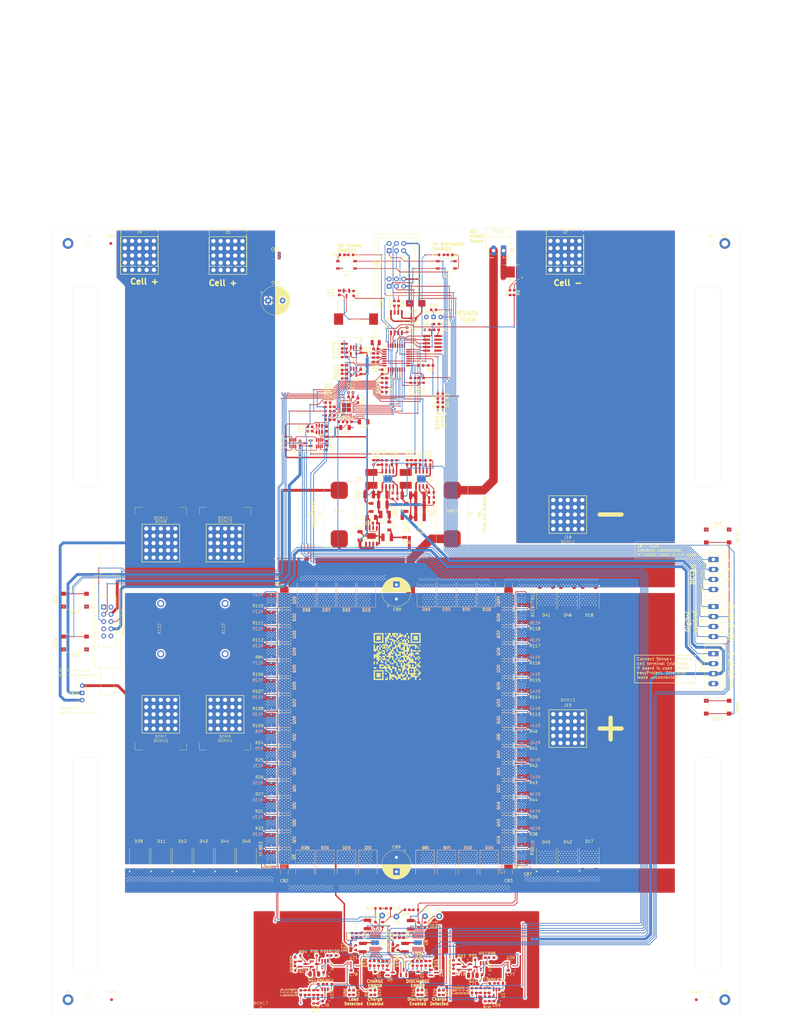
<source format=kicad_pcb>
(kicad_pcb
	(version 20241229)
	(generator "pcbnew")
	(generator_version "9.0")
	(general
		(thickness 1.74)
		(legacy_teardrops no)
	)
	(paper "A2" portrait)
	(layers
		(0 "F.Cu" signal)
		(4 "In1.Cu" signal)
		(6 "In2.Cu" signal)
		(8 "In3.Cu" signal)
		(10 "In4.Cu" signal)
		(2 "B.Cu" signal)
		(9 "F.Adhes" user "F.Adhesive")
		(11 "B.Adhes" user "B.Adhesive")
		(13 "F.Paste" user)
		(15 "B.Paste" user)
		(5 "F.SilkS" user "F.Silkscreen")
		(7 "B.SilkS" user "B.Silkscreen")
		(1 "F.Mask" user)
		(3 "B.Mask" user)
		(17 "Dwgs.User" user "User.Drawings")
		(19 "Cmts.User" user "User.Comments")
		(21 "Eco1.User" user "User.Eco1")
		(23 "Eco2.User" user "User.Eco2")
		(25 "Edge.Cuts" user)
		(27 "Margin" user)
		(31 "F.CrtYd" user "F.Courtyard")
		(29 "B.CrtYd" user "B.Courtyard")
		(35 "F.Fab" user)
		(33 "B.Fab" user)
		(39 "User.1" user)
		(41 "User.2" user "User.2 -Bemaßung")
		(43 "User.3" user "User.3 - Heatsink")
		(45 "User.4" user)
		(47 "User.5" user)
		(49 "User.6" user)
		(51 "User.7" user)
		(53 "User.8" user)
		(55 "User.9" user)
	)
	(setup
		(stackup
			(layer "F.SilkS"
				(type "Top Silk Screen")
			)
			(layer "F.Paste"
				(type "Top Solder Paste")
			)
			(layer "F.Mask"
				(type "Top Solder Mask")
				(color "Red")
				(thickness 0.01)
			)
			(layer "F.Cu"
				(type "copper")
				(thickness 0.07)
			)
			(layer "dielectric 1"
				(type "prepreg")
				(thickness 0.1)
				(material "FR4")
				(epsilon_r 4.5)
				(loss_tangent 0.02)
			)
			(layer "In1.Cu"
				(type "copper")
				(thickness 0.07)
			)
			(layer "dielectric 2"
				(type "core")
				(thickness 0.535)
				(material "FR4")
				(epsilon_r 4.5)
				(loss_tangent 0.02)
			)
			(layer "In2.Cu"
				(type "copper")
				(thickness 0.07)
			)
			(layer "dielectric 3"
				(type "prepreg")
				(thickness 0.1)
				(material "FR4")
				(epsilon_r 4.5)
				(loss_tangent 0.02)
			)
			(layer "In3.Cu"
				(type "copper")
				(thickness 0.035)
			)
			(layer "dielectric 4"
				(type "core")
				(thickness 0.535)
				(material "FR4")
				(epsilon_r 4.5)
				(loss_tangent 0.02)
			)
			(layer "In4.Cu"
				(type "copper")
				(thickness 0.035)
			)
			(layer "dielectric 5"
				(type "prepreg")
				(thickness 0.1)
				(material "FR4")
				(epsilon_r 4.5)
				(loss_tangent 0.02)
			)
			(layer "B.Cu"
				(type "copper")
				(thickness 0.07)
			)
			(layer "B.Mask"
				(type "Bottom Solder Mask")
				(color "Red")
				(thickness 0.01)
			)
			(layer "B.Paste"
				(type "Bottom Solder Paste")
			)
			(layer "B.SilkS"
				(type "Bottom Silk Screen")
			)
			(copper_finish "None")
			(dielectric_constraints no)
		)
		(pad_to_mask_clearance 0)
		(allow_soldermask_bridges_in_footprints no)
		(tenting front back)
		(aux_axis_origin 52.5 395)
		(grid_origin 173 120)
		(pcbplotparams
			(layerselection 0x00000000_00000000_55555555_5755f5ff)
			(plot_on_all_layers_selection 0x00000000_00000000_00000000_00000000)
			(disableapertmacros no)
			(usegerberextensions no)
			(usegerberattributes yes)
			(usegerberadvancedattributes yes)
			(creategerberjobfile yes)
			(dashed_line_dash_ratio 12.000000)
			(dashed_line_gap_ratio 3.000000)
			(svgprecision 4)
			(plotframeref no)
			(mode 1)
			(useauxorigin no)
			(hpglpennumber 1)
			(hpglpenspeed 20)
			(hpglpendiameter 15.000000)
			(pdf_front_fp_property_popups yes)
			(pdf_back_fp_property_popups yes)
			(pdf_metadata yes)
			(pdf_single_document no)
			(dxfpolygonmode yes)
			(dxfimperialunits yes)
			(dxfusepcbnewfont yes)
			(psnegative no)
			(psa4output no)
			(plot_black_and_white yes)
			(plotinvisibletext no)
			(sketchpadsonfab no)
			(plotpadnumbers no)
			(hidednponfab no)
			(sketchdnponfab yes)
			(crossoutdnponfab yes)
			(subtractmaskfromsilk no)
			(outputformat 1)
			(mirror no)
			(drillshape 1)
			(scaleselection 1)
			(outputdirectory "")
		)
	)
	(net 0 "")
	(net 1 "Net-(D1-K)")
	(net 2 "GND")
	(net 3 "Net-(D2-K)")
	(net 4 "VCC")
	(net 5 "Net-(D1-A)")
	(net 6 "BAT+CONTROLED")
	(net 7 "Net-(C10-Pad1)")
	(net 8 "5V5")
	(net 9 "Net-(U3-SS)")
	(net 10 "5V0")
	(net 11 "VREF")
	(net 12 "/ps/in")
	(net 13 "Net-(J3-2)")
	(net 14 "/greenMeter/ISENSE_FAST+")
	(net 15 "/greenMeter/ISENSE_PREZ+")
	(net 16 "/greenMeter/ISENSE_PREZ-")
	(net 17 "Net-(Q4-G)")
	(net 18 "/greenMeter/ISENSE_FAST-")
	(net 19 "Net-(Q5-G)")
	(net 20 "Net-(Q6-G)")
	(net 21 "Net-(Q7-G)")
	(net 22 "Net-(Q8-G)")
	(net 23 "Net-(U18-+IN)")
	(net 24 "Net-(D4-A)")
	(net 25 "Net-(J3-1)")
	(net 26 "/greenMeter/RS485_D")
	(net 27 "Net-(U19-+IN)")
	(net 28 "Net-(U22-CAPN)")
	(net 29 "/greenMeter/RS485_R")
	(net 30 "/greenMeter/SPI1_MOSI")
	(net 31 "/greenMeter/ADC_START")
	(net 32 "/greenMeter/SPI1_MISO")
	(net 33 "/greenMeter/ADC_DRDY")
	(net 34 "/greenMeter/ADC_RESET")
	(net 35 "/greenMeter/ADC_CS")
	(net 36 "/greenMeter/SPI1_SCK")
	(net 37 "/OVP_IN")
	(net 38 "/chargeControl/SNS+")
	(net 39 "/chargeControl/SNS-")
	(net 40 "/LVP_IN")
	(net 41 "/OVP_OUT")
	(net 42 "/LVP_OUT")
	(net 43 "Net-(Q1-G)")
	(net 44 "Net-(Q2-G)")
	(net 45 "Net-(Q3-G)")
	(net 46 "/greenMeter/CHARGE_ENABLED")
	(net 47 "/greenMeter/DISCHARGE_ENABLED")
	(net 48 "/greenMeter/AUX_EN")
	(net 49 "/greenMeter/ISENSE+")
	(net 50 "/greenMeter/ISENSE-")
	(net 51 "/greenMeter/SWCLK")
	(net 52 "/switchControl/CHG_DETECTED")
	(net 53 "Net-(U16--)")
	(net 54 "/switchControl/LOAD_DETECTED")
	(net 55 "unconnected-(J7-Pin_7-Pad7)")
	(net 56 "/greenMeter/USENSE_SHUNT_BUF")
	(net 57 "/greenMeter/USENSE+_BUF")
	(net 58 "/greenMeter/SWDIO")
	(net 59 "/CHARGE_CONTROL")
	(net 60 "Net-(Q22-G)")
	(net 61 "Net-(U12-PA10{slash}NC)")
	(net 62 "Net-(Q13-G)")
	(net 63 "Net-(Q14-G)")
	(net 64 "Net-(Q15-G)")
	(net 65 "Net-(Q16-G)")
	(net 66 "/BUS_+5V")
	(net 67 "Net-(U4-VIN)")
	(net 68 "Net-(U4-BST)")
	(net 69 "Net-(U4-SW)")
	(net 70 "Net-(U5-SW)")
	(net 71 "Net-(U5-BST)")
	(net 72 "Net-(C11-Pad1)")
	(net 73 "Net-(U4-FB)")
	(net 74 "Net-(U5-FB)")
	(net 75 "Net-(C11-Pad2)")
	(net 76 "Net-(C12-Pad2)")
	(net 77 "Net-(U6-FILTER)")
	(net 78 "Net-(U7-SNS-)")
	(net 79 "Net-(C23-Pad1)")
	(net 80 "Net-(U7-TIMER)")
	(net 81 "Net-(U8-SNS-)")
	(net 82 "Net-(U8-TIMER)")
	(net 83 "Net-(U22-CAPP)")
	(net 84 "Net-(U12-PC14)")
	(net 85 "Net-(U12-PC15)")
	(net 86 "Net-(U12-PC6)")
	(net 87 "Net-(Q20-C)")
	(net 88 "Net-(Q21-C)")
	(net 89 "Net-(D2-A)")
	(net 90 "Net-(D3-A)")
	(net 91 "/BUS_GND")
	(net 92 "/BUS_B")
	(net 93 "Net-(D10-K)")
	(net 94 "Net-(D16-K)")
	(net 95 "Net-(D20-A)")
	(net 96 "Net-(D21-A)")
	(net 97 "/BUS_A")
	(net 98 "/chargeControl/vcc_int")
	(net 99 "/dischargeControl/vcc_int")
	(net 100 "unconnected-(D5-NC-Pad2)")
	(net 101 "unconnected-(D22-NC-Pad2)")
	(net 102 "Net-(Q9-G)")
	(net 103 "Net-(Q10-G)")
	(net 104 "Net-(Q11-G)")
	(net 105 "Net-(Q12-G)")
	(net 106 "Net-(U4-EN{slash}UVLO)")
	(net 107 "Net-(U5-EN{slash}UVLO)")
	(net 108 "Net-(U4-RON)")
	(net 109 "Net-(U5-RON)")
	(net 110 "Net-(U7-ISET)")
	(net 111 "Net-(U7-TGUP)")
	(net 112 "Net-(U7-VCCUV)")
	(net 113 "Net-(U8-ISET)")
	(net 114 "Net-(U8-TGUP)")
	(net 115 "Net-(U8-VCCUV)")
	(net 116 "Net-(U15-+)")
	(net 117 "Net-(U14-+)")
	(net 118 "Net-(U14--)")
	(net 119 "Net-(Q18-B)")
	(net 120 "Net-(Q19-B)")
	(net 121 "Net-(Q18-C)")
	(net 122 "Net-(Q19-C)")
	(net 123 "Net-(U17--)")
	(net 124 "Net-(U7-IMON)")
	(net 125 "Net-(U8-IMON)")
	(net 126 "Net-(U11-V_{OUT})")
	(net 127 "Net-(U16-Pad1)")
	(net 128 "Net-(U17-Pad1)")
	(net 129 "/LOAD_CONTROL")
	(net 130 "/chargeControl/SWITCH_OUT")
	(net 131 "/chargeControl/BST")
	(net 132 "/dischargeControl/BST")
	(net 133 "/U_SENSE+")
	(net 134 "/greenMeter/LVP_SENSE_DIV")
	(net 135 "/greenMeter/OVP_SENSE_DIV")
	(net 136 "Net-(D23-A)")
	(net 137 "Net-(D24-A)")
	(net 138 "/B+Terminal")
	(net 139 "Net-(SW3-B)")
	(net 140 "Net-(BZ1--)")
	(net 141 "/greenMeter/Buzzer")
	(net 142 "/chargeControl/~{Fault}")
	(net 143 "R2{slash}COM")
	(net 144 "Net-(Q23-B)")
	(net 145 "/dischargeControl/~{Fault}")
	(net 146 "Net-(U15--)")
	(net 147 "Net-(U22-REFOUT)")
	(net 148 "Net-(U22-BYPASS)")
	(net 149 "Net-(U13-A)")
	(net 150 "Net-(U13-B)")
	(net 151 "unconnected-(U22-NC-7-Pad25)")
	(net 152 "unconnected-(U22-NC-6-Pad24)")
	(net 153 "unconnected-(U22-NC-8-Pad26)")
	(net 154 "unconnected-(U22-NC-3-Pad21)")
	(net 155 "unconnected-(U22-NC-4-Pad22)")
	(net 156 "unconnected-(U22-NC-9-Pad27)")
	(net 157 "unconnected-(U22-NC-2-Pad20)")
	(net 158 "unconnected-(U22-NC-1-Pad19)")
	(net 159 "unconnected-(U22-NC-5-Pad23)")
	(net 160 "Net-(C28-Pad1)")
	(net 161 "unconnected-(H1-Pad1)")
	(net 162 "unconnected-(H3-Pad1)")
	(net 163 "unconnected-(H5-Pad1)")
	(net 164 "unconnected-(H9-Pad1)")
	(net 165 "Net-(R55-Pad2)")
	(net 166 "Net-(R62-Pad2)")
	(net 167 "~{OC_FAULT}")
	(net 168 "Net-(SW4-B)")
	(net 169 "unconnected-(SW4-A-Pad3)")
	(net 170 "Net-(D26-K)")
	(net 171 "Net-(D27-K)")
	(net 172 "Net-(D28-K)")
	(net 173 "/p_good")
	(net 174 "Net-(U7-VIN)")
	(net 175 "Net-(U8-VIN)")
	(net 176 "Net-(Q24-G)")
	(net 177 "Net-(Q25-G)")
	(net 178 "Net-(Q26-G)")
	(net 179 "Net-(Q27-G)")
	(net 180 "Net-(Q28-G)")
	(net 181 "Net-(Q29-G)")
	(net 182 "Net-(Q30-G)")
	(net 183 "Net-(Q31-G)")
	(net 184 "Net-(Q32-G)")
	(net 185 "Net-(Q33-G)")
	(net 186 "Net-(Q34-G)")
	(net 187 "Net-(Q35-G)")
	(net 188 "Net-(Q36-G)")
	(net 189 "Net-(Q37-G)")
	(net 190 "Net-(Q38-G)")
	(net 191 "Net-(Q39-G)")
	(net 192 "SWITCH_IN")
	(net 193 "Net-(Q40-G)")
	(net 194 "Net-(Q41-G)")
	(net 195 "Net-(Q42-G)")
	(net 196 "Net-(Q43-G)")
	(net 197 "Net-(Q44-G)")
	(net 198 "Net-(Q45-G)")
	(net 199 "Net-(Q46-G)")
	(net 200 "Net-(Q47-G)")
	(net 201 "Net-(Q48-G)")
	(net 202 "Net-(Q49-G)")
	(net 203 "Net-(Q50-G)")
	(net 204 "Net-(Q51-G)")
	(net 205 "Net-(Q52-G)")
	(net 206 "Net-(Q53-G)")
	(net 207 "Net-(Q54-G)")
	(net 208 "Net-(Q55-G)")
	(net 209 "Net-(Q56-G)")
	(net 210 "Net-(Q57-G)")
	(net 211 "Net-(Q58-G)")
	(net 212 "Net-(Q59-G)")
	(net 213 "Net-(Q60-G)")
	(net 214 "Net-(Q61-G)")
	(net 215 "Net-(Q62-G)")
	(net 216 "Net-(Q63-G)")
	(net 217 "Net-(Q64-G)")
	(net 218 "Net-(Q65-G)")
	(net 219 "Net-(Q66-G)")
	(net 220 "Net-(Q67-G)")
	(net 221 "Net-(Q68-G)")
	(net 222 "Net-(Q69-G)")
	(net 223 "Net-(Q70-G)")
	(net 224 "Net-(Q71-G)")
	(net 225 "/chargeControl/vg")
	(net 226 "/dischargeControl/vg")
	(footprint "Connector_Pin:Pin_D1.0mm_L10.0mm" (layer "F.Cu") (at 168 360.5))
	(footprint "Diode_SMD:D_SMC" (layer "F.Cu") (at 141 342.5 -90))
	(footprint "Resistor_SMD:R_0603_1608Metric" (layer "F.Cu") (at 195.75 376 180))
	(footprint "Connector_PinHeader_1.27mm:PinHeader_2x05_P1.27mm_Vertical_SMD" (layer "F.Cu") (at 185.5 160 180))
	(footprint "Capacitor_SMD:C_1210_3225Metric" (layer "F.Cu") (at 162.875 363.625 -90))
	(footprint "Resistor_SMD:R_0603_1608Metric" (layer "F.Cu") (at 145.5 387.5 90))
	(footprint "Resistor_SMD:R_0603_1608Metric" (layer "F.Cu") (at 155.5 168.5 -90))
	(footprint "Resistor_SMD:R_0603_1608Metric" (layer "F.Cu") (at 168 173 90))
	(footprint "Resistor_SMD:R_0603_1608Metric" (layer "F.Cu") (at 127.75 258))
	(footprint "Resistor_SMD:R_0603_1608Metric" (layer "F.Cu") (at 203.25 375.25))
	(footprint "Capacitor_SMD:C_0603_1608Metric" (layer "F.Cu") (at 168 170 -90))
	(footprint "Diode_SMD:D_SMC" (layer "F.Cu") (at 198 342.5 -90))
	(footprint "Resistor_SMD:R_0603_1608Metric" (layer "F.Cu") (at 214.25 142.25 -90))
	(footprint "Capacitor_THT:CP_Radial_D10.0mm_P5.00mm" (layer "F.Cu") (at 173 249.617677 90))
	(footprint "Resistor_SMD:R_0603_1608Metric" (layer "F.Cu") (at 218.25 338 180))
	(footprint "myConnector:IDC-Header_2x05_P2.54mm_Latch9.5mm_Vertical" (layer "F.Cu") (at 70.5 252.42))
	(footprint "Capacitor_SMD:C_0603_1608Metric" (layer "F.Cu") (at 165 162.75 90))
	(footprint "Resistor_SMD:R_0603_1608Metric" (layer "F.Cu") (at 149 182.25))
	(footprint "Package_TO_SOT_SMD:TO-252-2" (layer "F.Cu") (at 240.5 250 -90))
	(footprint "Capacitor_SMD:C_0603_1608Metric" (layer "F.Cu") (at 153.5 187.5))
	(footprint "Resistor_SMD:R_0603_1608Metric" (layer "F.Cu") (at 144 390.5 90))
	(footprint "Capacitor_SMD:C_0603_1608Metric" (layer "F.Cu") (at 179 151.25 180))
	(footprint "Package_SO:SOIC-8_5.3x5.3mm_P1.27mm"
		(layer "F.Cu")
		(uuid "174c734c-786f-43cc-91b8-b4e4b184370e")
		(at 173 152.75 90)
		(descr "SOIC, 8 Pin (JEITA/EIAJ 08-001-BBA and Atmel/Microchip, 208 mils width, https://www.jeita.or.jp/japanese/standard/book/ED-7311-19/#target/page_no=21, https://ww1.microchip.com/downloads/en/DeviceDoc/20005045C.pdf#page=23, https://ww1.microchip.com/downloads/en/DeviceDoc/doc2535.pdf#page=162), generated with kicad-footprint-generator ipc_gullwing_generator.py")
		(tags "SOIC SO P-SOP SOP SOP-8 SO SO-8 8S2 S2AE/F K04-056 CASE-751BE SO8W 8-Pin-SOIC PSA W8-2 W8-4 W8MS-1")
		(property "Reference" "U13"
			(at 0 -3.6 90)
			(layer "F.SilkS")
			(uuid "b08b2d4a-421c-4176-b474-f51f0e9e6a86")
			(effects
				(font
					(size 1 1)
					(thickness 0.15)
				)
			)
		)
		(property "Value" "MAX22025FAWA+"
			(at 0 3.6 90)
			(layer "F.Fab")
			(uuid "fd51aa9c-2231-4e91-8401-d9de4364b762")
			(effects
				(font
					(size 1 1)
					(thickness 0.15)
				)
			)
		)
		(property "Datasheet" "https://www.analog.com/media/en/technical-documentation/data-sheets/MAX22025-MAX22028F.pdf"
			(at 0 0 90)
			(layer "F.Fab")
			(hide yes)
			(uuid "78f19867-6e2f-4b70-a259-2737f3a1a60d")
			(effects
				(font
					(size 1.27 1.27)
					(thickness 0.15)
				)
			)
		)
		(property "Description" "MAX22025FAWA+ TREIBER/ISOLIERT/SOIC-Wide-8 SMD"
			(at 0 0 90)
			(layer "F.Fab")
			(hide yes)
			(uuid "418cbb35-34f1-4c38-9fae-705e5029a984")
			(effects
				(font
					(size 1.27 1.27)
					(thickness 0.15)
				)
			)
		)
		(property "Field-1" ""
			(at 0 0 90)
			(unlocked yes)
			(layer "F.Fab")
			(hide yes)
			(uuid "edd8044c-1ad7-4292-9542-93f4173a4d5b")
			(effects
				(font
					(size 1 1)
					(thickness 0.15)
				)
			)
		)
		(property "Sim.Device" ""
			(at 0 0 90)
			(unlocked yes)
			(layer "F.Fab")
			(hide yes)
			(uuid "42ca892b-d5fc-4b9b-bdab-b5ddb448ffed")
			(effects
				(font
					(size 1 1)
					(thickness 0.15)
				)
			)
		)
		(property "Sim.Pins" ""
			(at 0 0 90)
			(unlocked yes)
			(layer "F.Fab")
			(hide yes)
			(uuid "38ee2d5a-400c-4a43-b497-3cb6b124e05d")
			(effects
				(font
					(size 1 1)
					(thickness 0.15)
				)
			)
		)
		(property "ECS Art#" "IC375"
			(at 0 0 90)
			(unlocked yes)
			(layer "F.Fab")
			(hide yes)
			(uuid "f869447e-cebf-4b87-89c8-4e604106eb89")
			(effects
				(font
					(size 1 1)
					(thickness 0.15)
				)
			)
		)
		(property "HAN" "MAX22025FAWA+"
			(at 0 0 90)
			(unlocked yes)
			(layer "F.Fab")
			(hide yes)
			(uuid "f0bc55a6-d8bc-47e3-a988-1558922d1c0d")
			(effects
				(font
					(size 1 1)
					(thickness 0.15)
				)
			)
		)
		(property "Hersteller" "Analog Devices"
			(at 0 0 90)
			(unlocked yes)
			(layer "F.Fab")
			(hide yes)
			(uuid "b686398a-4f23-4fa9-b5e3-97805c848c68")
			(effects
				(font
					(size 1 1)
					(thickness 0.15)
				)
			)
		)
		(property "Voltage" ""
			(at 0 0 90)
			(unlocked yes)
			(layer "F.Fab")
			(hide yes)
			(uuid "2a6c2790-ea73-4024-b95f-83377cd246df")
			(effects
				(font
					(size 1 1)
					(thickness 0.15)
				)
			)
		)
... [5414209 chars truncated]
</source>
